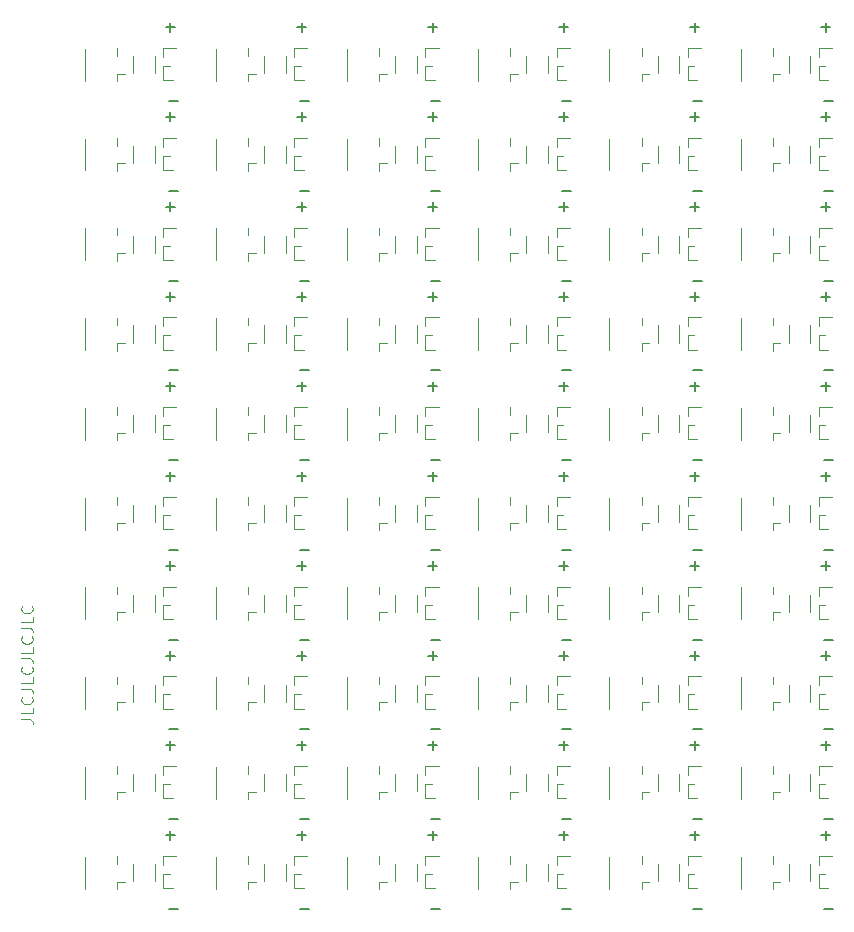
<source format=gbr>
%TF.GenerationSoftware,KiCad,Pcbnew,6.0.10-86aedd382b~118~ubuntu20.04.1*%
%TF.CreationDate,2023-01-07T17:55:22-08:00*%
%TF.ProjectId,coil_terminator_panelized,636f696c-5f74-4657-926d-696e61746f72,rev?*%
%TF.SameCoordinates,Original*%
%TF.FileFunction,Legend,Top*%
%TF.FilePolarity,Positive*%
%FSLAX46Y46*%
G04 Gerber Fmt 4.6, Leading zero omitted, Abs format (unit mm)*
G04 Created by KiCad (PCBNEW 6.0.10-86aedd382b~118~ubuntu20.04.1) date 2023-01-07 17:55:22*
%MOMM*%
%LPD*%
G01*
G04 APERTURE LIST*
%ADD10C,0.125000*%
%ADD11C,0.150000*%
%ADD12C,0.120000*%
G04 APERTURE END LIST*
D10*
X103352380Y-166394940D02*
X104066666Y-166394940D01*
X104209523Y-166442559D01*
X104304761Y-166537797D01*
X104352380Y-166680654D01*
X104352380Y-166775892D01*
X104352380Y-165442559D02*
X104352380Y-165918750D01*
X103352380Y-165918750D01*
X104257142Y-164537797D02*
X104304761Y-164585416D01*
X104352380Y-164728273D01*
X104352380Y-164823511D01*
X104304761Y-164966369D01*
X104209523Y-165061607D01*
X104114285Y-165109226D01*
X103923809Y-165156845D01*
X103780952Y-165156845D01*
X103590476Y-165109226D01*
X103495238Y-165061607D01*
X103400000Y-164966369D01*
X103352380Y-164823511D01*
X103352380Y-164728273D01*
X103400000Y-164585416D01*
X103447619Y-164537797D01*
X103352380Y-163823511D02*
X104066666Y-163823511D01*
X104209523Y-163871130D01*
X104304761Y-163966369D01*
X104352380Y-164109226D01*
X104352380Y-164204464D01*
X104352380Y-162871130D02*
X104352380Y-163347321D01*
X103352380Y-163347321D01*
X104257142Y-161966369D02*
X104304761Y-162013988D01*
X104352380Y-162156845D01*
X104352380Y-162252083D01*
X104304761Y-162394940D01*
X104209523Y-162490178D01*
X104114285Y-162537797D01*
X103923809Y-162585416D01*
X103780952Y-162585416D01*
X103590476Y-162537797D01*
X103495238Y-162490178D01*
X103400000Y-162394940D01*
X103352380Y-162252083D01*
X103352380Y-162156845D01*
X103400000Y-162013988D01*
X103447619Y-161966369D01*
X103352380Y-161252083D02*
X104066666Y-161252083D01*
X104209523Y-161299702D01*
X104304761Y-161394940D01*
X104352380Y-161537797D01*
X104352380Y-161633035D01*
X104352380Y-160299702D02*
X104352380Y-160775892D01*
X103352380Y-160775892D01*
X104257142Y-159394940D02*
X104304761Y-159442559D01*
X104352380Y-159585416D01*
X104352380Y-159680654D01*
X104304761Y-159823511D01*
X104209523Y-159918750D01*
X104114285Y-159966369D01*
X103923809Y-160013988D01*
X103780952Y-160013988D01*
X103590476Y-159966369D01*
X103495238Y-159918750D01*
X103400000Y-159823511D01*
X103352380Y-159680654D01*
X103352380Y-159585416D01*
X103400000Y-159442559D01*
X103447619Y-159394940D01*
X103352380Y-158680654D02*
X104066666Y-158680654D01*
X104209523Y-158728273D01*
X104304761Y-158823511D01*
X104352380Y-158966369D01*
X104352380Y-159061607D01*
X104352380Y-157728273D02*
X104352380Y-158204464D01*
X103352380Y-158204464D01*
X104257142Y-156823511D02*
X104304761Y-156871130D01*
X104352380Y-157013988D01*
X104352380Y-157109226D01*
X104304761Y-157252083D01*
X104209523Y-157347321D01*
X104114285Y-157394940D01*
X103923809Y-157442559D01*
X103780952Y-157442559D01*
X103590476Y-157394940D01*
X103495238Y-157347321D01*
X103400000Y-157252083D01*
X103352380Y-157109226D01*
X103352380Y-157013988D01*
X103400000Y-156871130D01*
X103447619Y-156823511D01*
D11*
X115869047Y-114071428D02*
X116630952Y-114071428D01*
X115869047Y-136871428D02*
X116630952Y-136871428D01*
X115869047Y-121671428D02*
X116630952Y-121671428D01*
X115869047Y-129271428D02*
X116630952Y-129271428D01*
X115869047Y-159671428D02*
X116630952Y-159671428D01*
X115869047Y-152071428D02*
X116630952Y-152071428D01*
X115869047Y-144471428D02*
X116630952Y-144471428D01*
X171369047Y-121671428D02*
X172130952Y-121671428D01*
X171369047Y-129271428D02*
X172130952Y-129271428D01*
X171369047Y-136871428D02*
X172130952Y-136871428D01*
X171369047Y-144471428D02*
X172130952Y-144471428D01*
X171369047Y-152071428D02*
X172130952Y-152071428D01*
X171369047Y-159671428D02*
X172130952Y-159671428D01*
X171369047Y-167271428D02*
X172130952Y-167271428D01*
X171369047Y-174871428D02*
X172130952Y-174871428D01*
X171369047Y-182471428D02*
X172130952Y-182471428D01*
X115869047Y-167271428D02*
X116630952Y-167271428D01*
X115869047Y-174871428D02*
X116630952Y-174871428D01*
X115869047Y-182471428D02*
X116630952Y-182471428D01*
X126969047Y-114071428D02*
X127730952Y-114071428D01*
X126969047Y-121671428D02*
X127730952Y-121671428D01*
X126969047Y-129271428D02*
X127730952Y-129271428D01*
X126969047Y-136871428D02*
X127730952Y-136871428D01*
X126969047Y-144471428D02*
X127730952Y-144471428D01*
X126969047Y-152071428D02*
X127730952Y-152071428D01*
X126969047Y-159671428D02*
X127730952Y-159671428D01*
X126969047Y-167271428D02*
X127730952Y-167271428D01*
X126969047Y-174871428D02*
X127730952Y-174871428D01*
X126969047Y-182471428D02*
X127730952Y-182471428D01*
X138069047Y-114071428D02*
X138830952Y-114071428D01*
X138069047Y-121671428D02*
X138830952Y-121671428D01*
X138069047Y-129271428D02*
X138830952Y-129271428D01*
X138069047Y-136871428D02*
X138830952Y-136871428D01*
X138069047Y-144471428D02*
X138830952Y-144471428D01*
X138069047Y-152071428D02*
X138830952Y-152071428D01*
X138069047Y-159671428D02*
X138830952Y-159671428D01*
X138069047Y-167271428D02*
X138830952Y-167271428D01*
X138069047Y-174871428D02*
X138830952Y-174871428D01*
X138069047Y-182471428D02*
X138830952Y-182471428D01*
X149169047Y-114071428D02*
X149930952Y-114071428D01*
X149169047Y-121671428D02*
X149930952Y-121671428D01*
X149169047Y-129271428D02*
X149930952Y-129271428D01*
X149169047Y-136871428D02*
X149930952Y-136871428D01*
X149169047Y-144471428D02*
X149930952Y-144471428D01*
X149169047Y-152071428D02*
X149930952Y-152071428D01*
X149169047Y-159671428D02*
X149930952Y-159671428D01*
X149169047Y-167271428D02*
X149930952Y-167271428D01*
X149169047Y-174871428D02*
X149930952Y-174871428D01*
X149169047Y-182471428D02*
X149930952Y-182471428D01*
X160269047Y-114071428D02*
X161030952Y-114071428D01*
X160269047Y-121671428D02*
X161030952Y-121671428D01*
X160269047Y-129271428D02*
X161030952Y-129271428D01*
X160269047Y-136871428D02*
X161030952Y-136871428D01*
X160269047Y-144471428D02*
X161030952Y-144471428D01*
X160269047Y-152071428D02*
X161030952Y-152071428D01*
X160269047Y-159671428D02*
X161030952Y-159671428D01*
X160269047Y-167271428D02*
X161030952Y-167271428D01*
X160269047Y-174871428D02*
X161030952Y-174871428D01*
X160269047Y-182471428D02*
X161030952Y-182471428D01*
X171369047Y-114071428D02*
X172130952Y-114071428D01*
X115619047Y-107821428D02*
X116380952Y-107821428D01*
X116000000Y-108202380D02*
X116000000Y-107440476D01*
X115619047Y-115421428D02*
X116380952Y-115421428D01*
X116000000Y-115802380D02*
X116000000Y-115040476D01*
X115619047Y-123021428D02*
X116380952Y-123021428D01*
X116000000Y-123402380D02*
X116000000Y-122640476D01*
X115619047Y-130621428D02*
X116380952Y-130621428D01*
X116000000Y-131002380D02*
X116000000Y-130240476D01*
X115619047Y-138221428D02*
X116380952Y-138221428D01*
X116000000Y-138602380D02*
X116000000Y-137840476D01*
X115619047Y-145821428D02*
X116380952Y-145821428D01*
X116000000Y-146202380D02*
X116000000Y-145440476D01*
X115619047Y-153421428D02*
X116380952Y-153421428D01*
X116000000Y-153802380D02*
X116000000Y-153040476D01*
X171119047Y-153421428D02*
X171880952Y-153421428D01*
X171500000Y-153802380D02*
X171500000Y-153040476D01*
X171119047Y-161021428D02*
X171880952Y-161021428D01*
X171500000Y-161402380D02*
X171500000Y-160640476D01*
X171119047Y-168621428D02*
X171880952Y-168621428D01*
X171500000Y-169002380D02*
X171500000Y-168240476D01*
X171119047Y-176221428D02*
X171880952Y-176221428D01*
X171500000Y-176602380D02*
X171500000Y-175840476D01*
X115619047Y-161021428D02*
X116380952Y-161021428D01*
X116000000Y-161402380D02*
X116000000Y-160640476D01*
X115619047Y-168621428D02*
X116380952Y-168621428D01*
X116000000Y-169002380D02*
X116000000Y-168240476D01*
X115619047Y-176221428D02*
X116380952Y-176221428D01*
X116000000Y-176602380D02*
X116000000Y-175840476D01*
X126719047Y-107821428D02*
X127480952Y-107821428D01*
X127100000Y-108202380D02*
X127100000Y-107440476D01*
X126719047Y-115421428D02*
X127480952Y-115421428D01*
X127100000Y-115802380D02*
X127100000Y-115040476D01*
X126719047Y-123021428D02*
X127480952Y-123021428D01*
X127100000Y-123402380D02*
X127100000Y-122640476D01*
X126719047Y-130621428D02*
X127480952Y-130621428D01*
X127100000Y-131002380D02*
X127100000Y-130240476D01*
X126719047Y-138221428D02*
X127480952Y-138221428D01*
X127100000Y-138602380D02*
X127100000Y-137840476D01*
X126719047Y-145821428D02*
X127480952Y-145821428D01*
X127100000Y-146202380D02*
X127100000Y-145440476D01*
X126719047Y-153421428D02*
X127480952Y-153421428D01*
X127100000Y-153802380D02*
X127100000Y-153040476D01*
X126719047Y-161021428D02*
X127480952Y-161021428D01*
X127100000Y-161402380D02*
X127100000Y-160640476D01*
X126719047Y-168621428D02*
X127480952Y-168621428D01*
X127100000Y-169002380D02*
X127100000Y-168240476D01*
X126719047Y-176221428D02*
X127480952Y-176221428D01*
X127100000Y-176602380D02*
X127100000Y-175840476D01*
X137819047Y-107821428D02*
X138580952Y-107821428D01*
X138200000Y-108202380D02*
X138200000Y-107440476D01*
X137819047Y-115421428D02*
X138580952Y-115421428D01*
X138200000Y-115802380D02*
X138200000Y-115040476D01*
X137819047Y-123021428D02*
X138580952Y-123021428D01*
X138200000Y-123402380D02*
X138200000Y-122640476D01*
X137819047Y-130621428D02*
X138580952Y-130621428D01*
X138200000Y-131002380D02*
X138200000Y-130240476D01*
X137819047Y-138221428D02*
X138580952Y-138221428D01*
X138200000Y-138602380D02*
X138200000Y-137840476D01*
X137819047Y-145821428D02*
X138580952Y-145821428D01*
X138200000Y-146202380D02*
X138200000Y-145440476D01*
X137819047Y-153421428D02*
X138580952Y-153421428D01*
X138200000Y-153802380D02*
X138200000Y-153040476D01*
X137819047Y-161021428D02*
X138580952Y-161021428D01*
X138200000Y-161402380D02*
X138200000Y-160640476D01*
X137819047Y-168621428D02*
X138580952Y-168621428D01*
X138200000Y-169002380D02*
X138200000Y-168240476D01*
X137819047Y-176221428D02*
X138580952Y-176221428D01*
X138200000Y-176602380D02*
X138200000Y-175840476D01*
X148919047Y-107821428D02*
X149680952Y-107821428D01*
X149300000Y-108202380D02*
X149300000Y-107440476D01*
X148919047Y-115421428D02*
X149680952Y-115421428D01*
X149300000Y-115802380D02*
X149300000Y-115040476D01*
X148919047Y-123021428D02*
X149680952Y-123021428D01*
X149300000Y-123402380D02*
X149300000Y-122640476D01*
X148919047Y-130621428D02*
X149680952Y-130621428D01*
X149300000Y-131002380D02*
X149300000Y-130240476D01*
X148919047Y-138221428D02*
X149680952Y-138221428D01*
X149300000Y-138602380D02*
X149300000Y-137840476D01*
X148919047Y-145821428D02*
X149680952Y-145821428D01*
X149300000Y-146202380D02*
X149300000Y-145440476D01*
X148919047Y-153421428D02*
X149680952Y-153421428D01*
X149300000Y-153802380D02*
X149300000Y-153040476D01*
X148919047Y-161021428D02*
X149680952Y-161021428D01*
X149300000Y-161402380D02*
X149300000Y-160640476D01*
X148919047Y-168621428D02*
X149680952Y-168621428D01*
X149300000Y-169002380D02*
X149300000Y-168240476D01*
X148919047Y-176221428D02*
X149680952Y-176221428D01*
X149300000Y-176602380D02*
X149300000Y-175840476D01*
X160019047Y-107821428D02*
X160780952Y-107821428D01*
X160400000Y-108202380D02*
X160400000Y-107440476D01*
X160019047Y-115421428D02*
X160780952Y-115421428D01*
X160400000Y-115802380D02*
X160400000Y-115040476D01*
X160019047Y-123021428D02*
X160780952Y-123021428D01*
X160400000Y-123402380D02*
X160400000Y-122640476D01*
X160019047Y-130621428D02*
X160780952Y-130621428D01*
X160400000Y-131002380D02*
X160400000Y-130240476D01*
X160019047Y-138221428D02*
X160780952Y-138221428D01*
X160400000Y-138602380D02*
X160400000Y-137840476D01*
X160019047Y-145821428D02*
X160780952Y-145821428D01*
X160400000Y-146202380D02*
X160400000Y-145440476D01*
X160019047Y-153421428D02*
X160780952Y-153421428D01*
X160400000Y-153802380D02*
X160400000Y-153040476D01*
X160019047Y-161021428D02*
X160780952Y-161021428D01*
X160400000Y-161402380D02*
X160400000Y-160640476D01*
X160019047Y-168621428D02*
X160780952Y-168621428D01*
X160400000Y-169002380D02*
X160400000Y-168240476D01*
X160019047Y-176221428D02*
X160780952Y-176221428D01*
X160400000Y-176602380D02*
X160400000Y-175840476D01*
X171119047Y-107821428D02*
X171880952Y-107821428D01*
X171500000Y-108202380D02*
X171500000Y-107440476D01*
X171119047Y-115421428D02*
X171880952Y-115421428D01*
X171500000Y-115802380D02*
X171500000Y-115040476D01*
X171119047Y-123021428D02*
X171880952Y-123021428D01*
X171500000Y-123402380D02*
X171500000Y-122640476D01*
X171119047Y-130621428D02*
X171880952Y-130621428D01*
X171500000Y-131002380D02*
X171500000Y-130240476D01*
X171119047Y-138221428D02*
X171880952Y-138221428D01*
X171500000Y-138602380D02*
X171500000Y-137840476D01*
X171119047Y-145821428D02*
X171880952Y-145821428D01*
X171500000Y-146202380D02*
X171500000Y-145440476D01*
D12*
%TO.C,R1*%
X112840000Y-110272936D02*
X112840000Y-111727064D01*
X114660000Y-110272936D02*
X114660000Y-111727064D01*
X112840000Y-117872936D02*
X112840000Y-119327064D01*
X114660000Y-117872936D02*
X114660000Y-119327064D01*
X112840000Y-125472936D02*
X112840000Y-126927064D01*
X114660000Y-125472936D02*
X114660000Y-126927064D01*
X112840000Y-133072936D02*
X112840000Y-134527064D01*
X114660000Y-133072936D02*
X114660000Y-134527064D01*
X112840000Y-140672936D02*
X112840000Y-142127064D01*
X114660000Y-140672936D02*
X114660000Y-142127064D01*
X112840000Y-148272936D02*
X112840000Y-149727064D01*
X114660000Y-148272936D02*
X114660000Y-149727064D01*
X112840000Y-155872936D02*
X112840000Y-157327064D01*
X114660000Y-155872936D02*
X114660000Y-157327064D01*
X112840000Y-163472936D02*
X112840000Y-164927064D01*
X114660000Y-163472936D02*
X114660000Y-164927064D01*
X112840000Y-171072936D02*
X112840000Y-172527064D01*
X114660000Y-171072936D02*
X114660000Y-172527064D01*
X112840000Y-178672936D02*
X112840000Y-180127064D01*
X114660000Y-178672936D02*
X114660000Y-180127064D01*
X123940000Y-110272936D02*
X123940000Y-111727064D01*
X125760000Y-110272936D02*
X125760000Y-111727064D01*
X123940000Y-117872936D02*
X123940000Y-119327064D01*
X125760000Y-117872936D02*
X125760000Y-119327064D01*
X123940000Y-125472936D02*
X123940000Y-126927064D01*
X125760000Y-125472936D02*
X125760000Y-126927064D01*
X123940000Y-133072936D02*
X123940000Y-134527064D01*
X125760000Y-133072936D02*
X125760000Y-134527064D01*
X123940000Y-140672936D02*
X123940000Y-142127064D01*
X125760000Y-140672936D02*
X125760000Y-142127064D01*
X123940000Y-148272936D02*
X123940000Y-149727064D01*
X125760000Y-148272936D02*
X125760000Y-149727064D01*
X123940000Y-155872936D02*
X123940000Y-157327064D01*
X125760000Y-155872936D02*
X125760000Y-157327064D01*
X123940000Y-163472936D02*
X123940000Y-164927064D01*
X125760000Y-163472936D02*
X125760000Y-164927064D01*
X123940000Y-171072936D02*
X123940000Y-172527064D01*
X125760000Y-171072936D02*
X125760000Y-172527064D01*
X123940000Y-178672936D02*
X123940000Y-180127064D01*
X125760000Y-178672936D02*
X125760000Y-180127064D01*
X135040000Y-110272936D02*
X135040000Y-111727064D01*
X136860000Y-110272936D02*
X136860000Y-111727064D01*
X135040000Y-117872936D02*
X135040000Y-119327064D01*
X136860000Y-117872936D02*
X136860000Y-119327064D01*
X135040000Y-125472936D02*
X135040000Y-126927064D01*
X136860000Y-125472936D02*
X136860000Y-126927064D01*
X135040000Y-133072936D02*
X135040000Y-134527064D01*
X136860000Y-133072936D02*
X136860000Y-134527064D01*
X135040000Y-140672936D02*
X135040000Y-142127064D01*
X136860000Y-140672936D02*
X136860000Y-142127064D01*
X135040000Y-148272936D02*
X135040000Y-149727064D01*
X136860000Y-148272936D02*
X136860000Y-149727064D01*
X135040000Y-155872936D02*
X135040000Y-157327064D01*
X136860000Y-155872936D02*
X136860000Y-157327064D01*
X135040000Y-163472936D02*
X135040000Y-164927064D01*
X136860000Y-163472936D02*
X136860000Y-164927064D01*
X135040000Y-171072936D02*
X135040000Y-172527064D01*
X136860000Y-171072936D02*
X136860000Y-172527064D01*
X135040000Y-178672936D02*
X135040000Y-180127064D01*
X136860000Y-178672936D02*
X136860000Y-180127064D01*
X146140000Y-110272936D02*
X146140000Y-111727064D01*
X147960000Y-110272936D02*
X147960000Y-111727064D01*
X146140000Y-117872936D02*
X146140000Y-119327064D01*
X147960000Y-117872936D02*
X147960000Y-119327064D01*
X146140000Y-125472936D02*
X146140000Y-126927064D01*
X147960000Y-125472936D02*
X147960000Y-126927064D01*
X146140000Y-133072936D02*
X146140000Y-134527064D01*
X147960000Y-133072936D02*
X147960000Y-134527064D01*
X146140000Y-140672936D02*
X146140000Y-142127064D01*
X147960000Y-140672936D02*
X147960000Y-142127064D01*
X146140000Y-148272936D02*
X146140000Y-149727064D01*
X147960000Y-148272936D02*
X147960000Y-149727064D01*
X146140000Y-155872936D02*
X146140000Y-157327064D01*
X147960000Y-155872936D02*
X147960000Y-157327064D01*
X146140000Y-163472936D02*
X146140000Y-164927064D01*
X147960000Y-163472936D02*
X147960000Y-164927064D01*
X146140000Y-171072936D02*
X146140000Y-172527064D01*
X147960000Y-171072936D02*
X147960000Y-172527064D01*
X146140000Y-178672936D02*
X146140000Y-180127064D01*
X147960000Y-178672936D02*
X147960000Y-180127064D01*
X157240000Y-110272936D02*
X157240000Y-111727064D01*
X159060000Y-110272936D02*
X159060000Y-111727064D01*
X157240000Y-117872936D02*
X157240000Y-119327064D01*
X159060000Y-117872936D02*
X159060000Y-119327064D01*
X157240000Y-125472936D02*
X157240000Y-126927064D01*
X159060000Y-125472936D02*
X159060000Y-126927064D01*
X157240000Y-133072936D02*
X157240000Y-134527064D01*
X159060000Y-133072936D02*
X159060000Y-134527064D01*
X157240000Y-140672936D02*
X157240000Y-142127064D01*
X159060000Y-140672936D02*
X159060000Y-142127064D01*
X157240000Y-148272936D02*
X157240000Y-149727064D01*
X159060000Y-148272936D02*
X159060000Y-149727064D01*
X157240000Y-155872936D02*
X157240000Y-157327064D01*
X159060000Y-155872936D02*
X159060000Y-157327064D01*
X157240000Y-163472936D02*
X157240000Y-164927064D01*
X159060000Y-163472936D02*
X159060000Y-164927064D01*
X157240000Y-171072936D02*
X157240000Y-172527064D01*
X159060000Y-171072936D02*
X159060000Y-172527064D01*
X157240000Y-178672936D02*
X157240000Y-180127064D01*
X159060000Y-178672936D02*
X159060000Y-180127064D01*
X168340000Y-110272936D02*
X168340000Y-111727064D01*
X170160000Y-110272936D02*
X170160000Y-111727064D01*
X168340000Y-117872936D02*
X168340000Y-119327064D01*
X170160000Y-117872936D02*
X170160000Y-119327064D01*
X168340000Y-125472936D02*
X168340000Y-126927064D01*
X170160000Y-125472936D02*
X170160000Y-126927064D01*
X168340000Y-133072936D02*
X168340000Y-134527064D01*
X170160000Y-133072936D02*
X170160000Y-134527064D01*
X168340000Y-140672936D02*
X168340000Y-142127064D01*
X170160000Y-140672936D02*
X170160000Y-142127064D01*
X168340000Y-148272936D02*
X168340000Y-149727064D01*
X170160000Y-148272936D02*
X170160000Y-149727064D01*
X168340000Y-155872936D02*
X168340000Y-157327064D01*
X170160000Y-155872936D02*
X170160000Y-157327064D01*
X168340000Y-163472936D02*
X168340000Y-164927064D01*
X170160000Y-163472936D02*
X170160000Y-164927064D01*
X168340000Y-171072936D02*
X168340000Y-172527064D01*
X170160000Y-171072936D02*
X170160000Y-172527064D01*
X168340000Y-178672936D02*
X168340000Y-180127064D01*
X170160000Y-178672936D02*
X170160000Y-180127064D01*
%TO.C,J1*%
X111485000Y-112400000D02*
X111485000Y-111760000D01*
X111485000Y-111760000D02*
X112115000Y-111760000D01*
X108765000Y-112350000D02*
X108765000Y-109650000D01*
X111485000Y-109600000D02*
X111485000Y-110240000D01*
X111485000Y-120000000D02*
X111485000Y-119360000D01*
X111485000Y-119360000D02*
X112115000Y-119360000D01*
X108765000Y-119950000D02*
X108765000Y-117250000D01*
X111485000Y-117200000D02*
X111485000Y-117840000D01*
X111485000Y-127600000D02*
X111485000Y-126960000D01*
X111485000Y-126960000D02*
X112115000Y-126960000D01*
X108765000Y-127550000D02*
X108765000Y-124850000D01*
X111485000Y-124800000D02*
X111485000Y-125440000D01*
X111485000Y-135200000D02*
X111485000Y-134560000D01*
X111485000Y-134560000D02*
X112115000Y-134560000D01*
X108765000Y-135150000D02*
X108765000Y-132450000D01*
X111485000Y-132400000D02*
X111485000Y-133040000D01*
X111485000Y-142800000D02*
X111485000Y-142160000D01*
X111485000Y-142160000D02*
X112115000Y-142160000D01*
X108765000Y-142750000D02*
X108765000Y-140050000D01*
X111485000Y-140000000D02*
X111485000Y-140640000D01*
X111485000Y-150400000D02*
X111485000Y-149760000D01*
X111485000Y-149760000D02*
X112115000Y-149760000D01*
X108765000Y-150350000D02*
X108765000Y-147650000D01*
X111485000Y-147600000D02*
X111485000Y-148240000D01*
X111485000Y-158000000D02*
X111485000Y-157360000D01*
X111485000Y-157360000D02*
X112115000Y-157360000D01*
X108765000Y-157950000D02*
X108765000Y-155250000D01*
X111485000Y-155200000D02*
X111485000Y-155840000D01*
X111485000Y-165600000D02*
X111485000Y-164960000D01*
X111485000Y-164960000D02*
X112115000Y-164960000D01*
X108765000Y-165550000D02*
X108765000Y-162850000D01*
X111485000Y-162800000D02*
X111485000Y-163440000D01*
X111485000Y-173200000D02*
X111485000Y-172560000D01*
X111485000Y-172560000D02*
X112115000Y-172560000D01*
X108765000Y-173150000D02*
X108765000Y-170450000D01*
X111485000Y-170400000D02*
X111485000Y-171040000D01*
X111485000Y-180800000D02*
X111485000Y-180160000D01*
X111485000Y-180160000D02*
X112115000Y-180160000D01*
X108765000Y-180750000D02*
X108765000Y-178050000D01*
X111485000Y-178000000D02*
X111485000Y-178640000D01*
X122585000Y-112400000D02*
X122585000Y-111760000D01*
X122585000Y-111760000D02*
X123215000Y-111760000D01*
X119865000Y-112350000D02*
X119865000Y-109650000D01*
X122585000Y-109600000D02*
X122585000Y-110240000D01*
X122585000Y-120000000D02*
X122585000Y-119360000D01*
X122585000Y-119360000D02*
X123215000Y-119360000D01*
X119865000Y-119950000D02*
X119865000Y-117250000D01*
X122585000Y-117200000D02*
X122585000Y-117840000D01*
X122585000Y-127600000D02*
X122585000Y-126960000D01*
X122585000Y-126960000D02*
X123215000Y-126960000D01*
X119865000Y-127550000D02*
X119865000Y-124850000D01*
X122585000Y-124800000D02*
X122585000Y-125440000D01*
X122585000Y-135200000D02*
X122585000Y-134560000D01*
X122585000Y-134560000D02*
X123215000Y-134560000D01*
X119865000Y-135150000D02*
X119865000Y-132450000D01*
X122585000Y-132400000D02*
X122585000Y-133040000D01*
X122585000Y-142800000D02*
X122585000Y-142160000D01*
X122585000Y-142160000D02*
X123215000Y-142160000D01*
X119865000Y-142750000D02*
X119865000Y-140050000D01*
X122585000Y-140000000D02*
X122585000Y-140640000D01*
X122585000Y-150400000D02*
X122585000Y-149760000D01*
X122585000Y-149760000D02*
X123215000Y-149760000D01*
X119865000Y-150350000D02*
X119865000Y-147650000D01*
X122585000Y-147600000D02*
X122585000Y-148240000D01*
X122585000Y-158000000D02*
X122585000Y-157360000D01*
X122585000Y-157360000D02*
X123215000Y-157360000D01*
X119865000Y-157950000D02*
X119865000Y-155250000D01*
X122585000Y-155200000D02*
X122585000Y-155840000D01*
X122585000Y-165600000D02*
X122585000Y-164960000D01*
X122585000Y-164960000D02*
X123215000Y-164960000D01*
X119865000Y-165550000D02*
X119865000Y-162850000D01*
X122585000Y-162800000D02*
X122585000Y-163440000D01*
X122585000Y-173200000D02*
X122585000Y-172560000D01*
X122585000Y-172560000D02*
X123215000Y-172560000D01*
X119865000Y-173150000D02*
X119865000Y-170450000D01*
X122585000Y-170400000D02*
X122585000Y-171040000D01*
X122585000Y-180800000D02*
X122585000Y-180160000D01*
X122585000Y-180160000D02*
X123215000Y-180160000D01*
X119865000Y-180750000D02*
X119865000Y-178050000D01*
X122585000Y-178000000D02*
X122585000Y-178640000D01*
X133685000Y-112400000D02*
X133685000Y-111760000D01*
X133685000Y-111760000D02*
X134315000Y-111760000D01*
X130965000Y-112350000D02*
X130965000Y-109650000D01*
X133685000Y-109600000D02*
X133685000Y-110240000D01*
X133685000Y-120000000D02*
X133685000Y-119360000D01*
X133685000Y-119360000D02*
X134315000Y-119360000D01*
X130965000Y-119950000D02*
X130965000Y-117250000D01*
X133685000Y-117200000D02*
X133685000Y-117840000D01*
X133685000Y-127600000D02*
X133685000Y-126960000D01*
X133685000Y-126960000D02*
X134315000Y-126960000D01*
X130965000Y-127550000D02*
X130965000Y-124850000D01*
X133685000Y-124800000D02*
X133685000Y-125440000D01*
X133685000Y-135200000D02*
X133685000Y-134560000D01*
X133685000Y-134560000D02*
X134315000Y-134560000D01*
X130965000Y-135150000D02*
X130965000Y-132450000D01*
X133685000Y-132400000D02*
X133685000Y-133040000D01*
X133685000Y-142800000D02*
X133685000Y-142160000D01*
X133685000Y-142160000D02*
X134315000Y-142160000D01*
X130965000Y-142750000D02*
X130965000Y-140050000D01*
X133685000Y-140000000D02*
X133685000Y-140640000D01*
X133685000Y-150400000D02*
X133685000Y-149760000D01*
X133685000Y-149760000D02*
X134315000Y-149760000D01*
X130965000Y-150350000D02*
X130965000Y-147650000D01*
X133685000Y-147600000D02*
X133685000Y-148240000D01*
X133685000Y-158000000D02*
X133685000Y-157360000D01*
X133685000Y-157360000D02*
X134315000Y-157360000D01*
X130965000Y-157950000D02*
X130965000Y-155250000D01*
X133685000Y-155200000D02*
X133685000Y-155840000D01*
X133685000Y-165600000D02*
X133685000Y-164960000D01*
X133685000Y-164960000D02*
X134315000Y-164960000D01*
X130965000Y-165550000D02*
X130965000Y-162850000D01*
X133685000Y-162800000D02*
X133685000Y-163440000D01*
X133685000Y-173200000D02*
X133685000Y-172560000D01*
X133685000Y-172560000D02*
X134315000Y-172560000D01*
X130965000Y-173150000D02*
X130965000Y-170450000D01*
X133685000Y-170400000D02*
X133685000Y-171040000D01*
X133685000Y-180800000D02*
X133685000Y-180160000D01*
X133685000Y-180160000D02*
X134315000Y-180160000D01*
X130965000Y-180750000D02*
X130965000Y-178050000D01*
X133685000Y-178000000D02*
X133685000Y-178640000D01*
X144785000Y-112400000D02*
X144785000Y-111760000D01*
X144785000Y-111760000D02*
X145415000Y-111760000D01*
X142065000Y-112350000D02*
X142065000Y-109650000D01*
X144785000Y-109600000D02*
X144785000Y-110240000D01*
X144785000Y-120000000D02*
X144785000Y-119360000D01*
X144785000Y-119360000D02*
X145415000Y-119360000D01*
X142065000Y-119950000D02*
X142065000Y-117250000D01*
X144785000Y-117200000D02*
X144785000Y-117840000D01*
X144785000Y-127600000D02*
X144785000Y-126960000D01*
X144785000Y-126960000D02*
X145415000Y-126960000D01*
X142065000Y-127550000D02*
X142065000Y-124850000D01*
X144785000Y-124800000D02*
X144785000Y-125440000D01*
X144785000Y-135200000D02*
X144785000Y-134560000D01*
X144785000Y-134560000D02*
X145415000Y-134560000D01*
X142065000Y-135150000D02*
X142065000Y-132450000D01*
X144785000Y-132400000D02*
X144785000Y-133040000D01*
X144785000Y-142800000D02*
X144785000Y-142160000D01*
X144785000Y-142160000D02*
X145415000Y-142160000D01*
X142065000Y-142750000D02*
X142065000Y-140050000D01*
X144785000Y-140000000D02*
X144785000Y-140640000D01*
X144785000Y-150400000D02*
X144785000Y-149760000D01*
X144785000Y-149760000D02*
X145415000Y-149760000D01*
X142065000Y-150350000D02*
X142065000Y-147650000D01*
X144785000Y-147600000D02*
X144785000Y-148240000D01*
X144785000Y-158000000D02*
X144785000Y-157360000D01*
X144785000Y-157360000D02*
X145415000Y-157360000D01*
X142065000Y-157950000D02*
X142065000Y-155250000D01*
X144785000Y-155200000D02*
X144785000Y-155840000D01*
X144785000Y-165600000D02*
X144785000Y-164960000D01*
X144785000Y-164960000D02*
X145415000Y-164960000D01*
X142065000Y-165550000D02*
X142065000Y-162850000D01*
X144785000Y-162800000D02*
X144785000Y-163440000D01*
X144785000Y-173200000D02*
X144785000Y-172560000D01*
X144785000Y-172560000D02*
X145415000Y-172560000D01*
X142065000Y-173150000D02*
X142065000Y-170450000D01*
X144785000Y-170400000D02*
X144785000Y-171040000D01*
X144785000Y-180800000D02*
X144785000Y-180160000D01*
X144785000Y-180160000D02*
X145415000Y-180160000D01*
X142065000Y-180750000D02*
X142065000Y-178050000D01*
X144785000Y-178000000D02*
X144785000Y-178640000D01*
X155885000Y-112400000D02*
X155885000Y-111760000D01*
X155885000Y-111760000D02*
X156515000Y-111760000D01*
X153165000Y-112350000D02*
X153165000Y-109650000D01*
X155885000Y-109600000D02*
X155885000Y-110240000D01*
X155885000Y-120000000D02*
X155885000Y-119360000D01*
X155885000Y-119360000D02*
X156515000Y-119360000D01*
X153165000Y-119950000D02*
X153165000Y-117250000D01*
X155885000Y-117200000D02*
X155885000Y-117840000D01*
X155885000Y-127600000D02*
X155885000Y-126960000D01*
X155885000Y-126960000D02*
X156515000Y-126960000D01*
X153165000Y-127550000D02*
X153165000Y-124850000D01*
X155885000Y-124800000D02*
X155885000Y-125440000D01*
X155885000Y-135200000D02*
X155885000Y-134560000D01*
X155885000Y-134560000D02*
X156515000Y-134560000D01*
X153165000Y-135150000D02*
X153165000Y-132450000D01*
X155885000Y-132400000D02*
X155885000Y-133040000D01*
X155885000Y-142800000D02*
X155885000Y-142160000D01*
X155885000Y-142160000D02*
X156515000Y-142160000D01*
X153165000Y-142750000D02*
X153165000Y-140050000D01*
X155885000Y-140000000D02*
X155885000Y-140640000D01*
X155885000Y-150400000D02*
X155885000Y-149760000D01*
X155885000Y-149760000D02*
X156515000Y-149760000D01*
X153165000Y-150350000D02*
X153165000Y-147650000D01*
X155885000Y-147600000D02*
X155885000Y-148240000D01*
X155885000Y-158000000D02*
X155885000Y-157360000D01*
X155885000Y-157360000D02*
X156515000Y-157360000D01*
X153165000Y-157950000D02*
X153165000Y-155250000D01*
X155885000Y-155200000D02*
X155885000Y-155840000D01*
X155885000Y-165600000D02*
X155885000Y-164960000D01*
X155885000Y-164960000D02*
X156515000Y-164960000D01*
X153165000Y-165550000D02*
X153165000Y-162850000D01*
X155885000Y-162800000D02*
X155885000Y-163440000D01*
X155885000Y-173200000D02*
X155885000Y-172560000D01*
X155885000Y-172560000D02*
X156515000Y-172560000D01*
X153165000Y-173150000D02*
X153165000Y-170450000D01*
X155885000Y-170400000D02*
X155885000Y-171040000D01*
X155885000Y-180800000D02*
X155885000Y-180160000D01*
X155885000Y-180160000D02*
X156515000Y-180160000D01*
X153165000Y-180750000D02*
X153165000Y-178050000D01*
X155885000Y-178000000D02*
X155885000Y-178640000D01*
X166985000Y-112400000D02*
X166985000Y-111760000D01*
X166985000Y-111760000D02*
X167615000Y-111760000D01*
X164265000Y-112350000D02*
X164265000Y-109650000D01*
X166985000Y-109600000D02*
X166985000Y-110240000D01*
X166985000Y-120000000D02*
X166985000Y-119360000D01*
X166985000Y-119360000D02*
X167615000Y-119360000D01*
X164265000Y-119950000D02*
X164265000Y-117250000D01*
X166985000Y-117200000D02*
X166985000Y-117840000D01*
X166985000Y-127600000D02*
X166985000Y-126960000D01*
X166985000Y-126960000D02*
X167615000Y-126960000D01*
X164265000Y-127550000D02*
X164265000Y-124850000D01*
X166985000Y-124800000D02*
X166985000Y-125440000D01*
X166985000Y-135200000D02*
X166985000Y-134560000D01*
X166985000Y-134560000D02*
X167615000Y-134560000D01*
X164265000Y-135150000D02*
X164265000Y-132450000D01*
X166985000Y-132400000D02*
X166985000Y-133040000D01*
X166985000Y-142800000D02*
X166985000Y-142160000D01*
X166985000Y-142160000D02*
X167615000Y-142160000D01*
X164265000Y-142750000D02*
X164265000Y-140050000D01*
X166985000Y-140000000D02*
X166985000Y-140640000D01*
X166985000Y-150400000D02*
X166985000Y-149760000D01*
X166985000Y-149760000D02*
X167615000Y-149760000D01*
X164265000Y-150350000D02*
X164265000Y-147650000D01*
X166985000Y-147600000D02*
X166985000Y-148240000D01*
X166985000Y-158000000D02*
X166985000Y-157360000D01*
X166985000Y-157360000D02*
X167615000Y-157360000D01*
X164265000Y-157950000D02*
X164265000Y-155250000D01*
X166985000Y-155200000D02*
X166985000Y-155840000D01*
X166985000Y-165600000D02*
X166985000Y-164960000D01*
X166985000Y-164960000D02*
X167615000Y-164960000D01*
X164265000Y-165550000D02*
X164265000Y-162850000D01*
X166985000Y-162800000D02*
X166985000Y-163440000D01*
X166985000Y-173200000D02*
X166985000Y-172560000D01*
X166985000Y-172560000D02*
X167615000Y-172560000D01*
X164265000Y-173150000D02*
X164265000Y-170450000D01*
X166985000Y-170400000D02*
X166985000Y-171040000D01*
X166985000Y-180800000D02*
X166985000Y-180160000D01*
X166985000Y-180160000D02*
X167615000Y-180160000D01*
X164265000Y-180750000D02*
X164265000Y-178050000D01*
X166985000Y-178000000D02*
X166985000Y-178640000D01*
%TO.C,J2*%
X115390000Y-110350000D02*
X115390000Y-109590000D01*
X115390000Y-112315000D02*
X116192470Y-112315000D01*
X115390000Y-111110000D02*
X115936529Y-111110000D01*
X115390000Y-111110000D02*
X115390000Y-112315000D01*
X115390000Y-109590000D02*
X116500000Y-109590000D01*
X115390000Y-117950000D02*
X115390000Y-117190000D01*
X115390000Y-119915000D02*
X116192470Y-119915000D01*
X115390000Y-118710000D02*
X115936529Y-118710000D01*
X115390000Y-118710000D02*
X115390000Y-119915000D01*
X115390000Y-117190000D02*
X116500000Y-117190000D01*
X115390000Y-125550000D02*
X115390000Y-124790000D01*
X115390000Y-127515000D02*
X116192470Y-127515000D01*
X115390000Y-126310000D02*
X115936529Y-126310000D01*
X115390000Y-126310000D02*
X115390000Y-127515000D01*
X115390000Y-124790000D02*
X116500000Y-124790000D01*
X115390000Y-133150000D02*
X115390000Y-132390000D01*
X115390000Y-135115000D02*
X116192470Y-135115000D01*
X115390000Y-133910000D02*
X115936529Y-133910000D01*
X115390000Y-133910000D02*
X115390000Y-135115000D01*
X115390000Y-132390000D02*
X116500000Y-132390000D01*
X115390000Y-140750000D02*
X115390000Y-139990000D01*
X115390000Y-142715000D02*
X116192470Y-142715000D01*
X115390000Y-141510000D02*
X115936529Y-141510000D01*
X115390000Y-141510000D02*
X115390000Y-142715000D01*
X115390000Y-139990000D02*
X116500000Y-139990000D01*
X115390000Y-148350000D02*
X115390000Y-147590000D01*
X115390000Y-150315000D02*
X116192470Y-150315000D01*
X115390000Y-149110000D02*
X115936529Y-149110000D01*
X115390000Y-149110000D02*
X115390000Y-150315000D01*
X115390000Y-147590000D02*
X116500000Y-147590000D01*
X115390000Y-155950000D02*
X115390000Y-155190000D01*
X115390000Y-157915000D02*
X116192470Y-157915000D01*
X115390000Y-156710000D02*
X115936529Y-156710000D01*
X115390000Y-156710000D02*
X115390000Y-157915000D01*
X115390000Y-155190000D02*
X116500000Y-155190000D01*
X115390000Y-163550000D02*
X115390000Y-162790000D01*
X115390000Y-165515000D02*
X116192470Y-165515000D01*
X115390000Y-164310000D02*
X115936529Y-164310000D01*
X115390000Y-164310000D02*
X115390000Y-165515000D01*
X115390000Y-162790000D02*
X116500000Y-162790000D01*
X115390000Y-171150000D02*
X115390000Y-170390000D01*
X115390000Y-173115000D02*
X116192470Y-173115000D01*
X115390000Y-171910000D02*
X115936529Y-171910000D01*
X115390000Y-171910000D02*
X115390000Y-173115000D01*
X115390000Y-170390000D02*
X116500000Y-170390000D01*
X115390000Y-178750000D02*
X115390000Y-177990000D01*
X115390000Y-180715000D02*
X116192470Y-180715000D01*
X115390000Y-179510000D02*
X115936529Y-179510000D01*
X115390000Y-179510000D02*
X115390000Y-180715000D01*
X115390000Y-177990000D02*
X116500000Y-177990000D01*
X126490000Y-110350000D02*
X126490000Y-109590000D01*
X126490000Y-112315000D02*
X127292470Y-112315000D01*
X126490000Y-111110000D02*
X127036529Y-111110000D01*
X126490000Y-111110000D02*
X126490000Y-112315000D01*
X126490000Y-109590000D02*
X127600000Y-109590000D01*
X126490000Y-117950000D02*
X126490000Y-117190000D01*
X126490000Y-119915000D02*
X127292470Y-119915000D01*
X126490000Y-118710000D02*
X127036529Y-118710000D01*
X126490000Y-118710000D02*
X126490000Y-119915000D01*
X126490000Y-117190000D02*
X127600000Y-117190000D01*
X126490000Y-125550000D02*
X126490000Y-124790000D01*
X126490000Y-127515000D02*
X127292470Y-127515000D01*
X126490000Y-126310000D02*
X127036529Y-126310000D01*
X126490000Y-126310000D02*
X126490000Y-127515000D01*
X126490000Y-124790000D02*
X127600000Y-124790000D01*
X126490000Y-133150000D02*
X126490000Y-132390000D01*
X126490000Y-135115000D02*
X127292470Y-135115000D01*
X126490000Y-133910000D02*
X127036529Y-133910000D01*
X126490000Y-133910000D02*
X126490000Y-135115000D01*
X126490000Y-132390000D02*
X127600000Y-132390000D01*
X126490000Y-140750000D02*
X126490000Y-139990000D01*
X126490000Y-142715000D02*
X127292470Y-142715000D01*
X126490000Y-141510000D02*
X127036529Y-141510000D01*
X126490000Y-141510000D02*
X126490000Y-142715000D01*
X126490000Y-139990000D02*
X127600000Y-139990000D01*
X126490000Y-148350000D02*
X126490000Y-147590000D01*
X126490000Y-150315000D02*
X127292470Y-150315000D01*
X126490000Y-149110000D02*
X127036529Y-149110000D01*
X126490000Y-149110000D02*
X126490000Y-150315000D01*
X126490000Y-147590000D02*
X127600000Y-147590000D01*
X126490000Y-155950000D02*
X126490000Y-155190000D01*
X126490000Y-157915000D02*
X127292470Y-157915000D01*
X126490000Y-156710000D02*
X127036529Y-156710000D01*
X126490000Y-156710000D02*
X126490000Y-157915000D01*
X126490000Y-155190000D02*
X127600000Y-155190000D01*
X126490000Y-163550000D02*
X126490000Y-162790000D01*
X126490000Y-165515000D02*
X127292470Y-165515000D01*
X126490000Y-164310000D02*
X127036529Y-164310000D01*
X126490000Y-164310000D02*
X126490000Y-165515000D01*
X126490000Y-162790000D02*
X127600000Y-162790000D01*
X126490000Y-171150000D02*
X126490000Y-170390000D01*
X126490000Y-173115000D02*
X127292470Y-173115000D01*
X126490000Y-171910000D02*
X127036529Y-171910000D01*
X126490000Y-171910000D02*
X126490000Y-173115000D01*
X126490000Y-170390000D02*
X127600000Y-170390000D01*
X126490000Y-178750000D02*
X126490000Y-177990000D01*
X126490000Y-180715000D02*
X127292470Y-180715000D01*
X126490000Y-179510000D02*
X127036529Y-179510000D01*
X126490000Y-179510000D02*
X126490000Y-180715000D01*
X126490000Y-177990000D02*
X127600000Y-177990000D01*
X137590000Y-110350000D02*
X137590000Y-109590000D01*
X137590000Y-112315000D02*
X138392470Y-112315000D01*
X137590000Y-111110000D02*
X138136529Y-111110000D01*
X137590000Y-111110000D02*
X137590000Y-112315000D01*
X137590000Y-109590000D02*
X138700000Y-109590000D01*
X137590000Y-117950000D02*
X137590000Y-117190000D01*
X137590000Y-119915000D02*
X138392470Y-119915000D01*
X137590000Y-118710000D02*
X138136529Y-118710000D01*
X137590000Y-118710000D02*
X137590000Y-119915000D01*
X137590000Y-117190000D02*
X138700000Y-117190000D01*
X137590000Y-125550000D02*
X137590000Y-124790000D01*
X137590000Y-127515000D02*
X138392470Y-127515000D01*
X137590000Y-126310000D02*
X138136529Y-126310000D01*
X137590000Y-126310000D02*
X137590000Y-127515000D01*
X137590000Y-124790000D02*
X138700000Y-124790000D01*
X137590000Y-133150000D02*
X137590000Y-132390000D01*
X137590000Y-135115000D02*
X138392470Y-135115000D01*
X137590000Y-133910000D02*
X138136529Y-133910000D01*
X137590000Y-133910000D02*
X137590000Y-135115000D01*
X137590000Y-132390000D02*
X138700000Y-132390000D01*
X137590000Y-140750000D02*
X137590000Y-139990000D01*
X137590000Y-142715000D02*
X138392470Y-142715000D01*
X137590000Y-141510000D02*
X138136529Y-141510000D01*
X137590000Y-141510000D02*
X137590000Y-142715000D01*
X137590000Y-139990000D02*
X138700000Y-139990000D01*
X137590000Y-148350000D02*
X137590000Y-147590000D01*
X137590000Y-150315000D02*
X138392470Y-150315000D01*
X137590000Y-149110000D02*
X138136529Y-149110000D01*
X137590000Y-149110000D02*
X137590000Y-150315000D01*
X137590000Y-147590000D02*
X138700000Y-147590000D01*
X137590000Y-155950000D02*
X137590000Y-155190000D01*
X137590000Y-157915000D02*
X138392470Y-157915000D01*
X137590000Y-156710000D02*
X138136529Y-156710000D01*
X137590000Y-156710000D02*
X137590000Y-157915000D01*
X137590000Y-155190000D02*
X138700000Y-155190000D01*
X137590000Y-163550000D02*
X137590000Y-162790000D01*
X137590000Y-165515000D02*
X138392470Y-165515000D01*
X137590000Y-164310000D02*
X138136529Y-164310000D01*
X137590000Y-164310000D02*
X137590000Y-165515000D01*
X137590000Y-162790000D02*
X138700000Y-162790000D01*
X137590000Y-171150000D02*
X137590000Y-170390000D01*
X137590000Y-173115000D02*
X138392470Y-173115000D01*
X137590000Y-171910000D02*
X138136529Y-171910000D01*
X137590000Y-171910000D02*
X137590000Y-173115000D01*
X137590000Y-170390000D02*
X138700000Y-170390000D01*
X137590000Y-178750000D02*
X137590000Y-177990000D01*
X137590000Y-180715000D02*
X138392470Y-180715000D01*
X137590000Y-179510000D02*
X138136529Y-179510000D01*
X137590000Y-179510000D02*
X137590000Y-180715000D01*
X137590000Y-177990000D02*
X138700000Y-177990000D01*
X148690000Y-110350000D02*
X148690000Y-109590000D01*
X148690000Y-112315000D02*
X149492470Y-112315000D01*
X148690000Y-111110000D02*
X149236529Y-111110000D01*
X148690000Y-111110000D02*
X148690000Y-112315000D01*
X148690000Y-109590000D02*
X149800000Y-109590000D01*
X148690000Y-117950000D02*
X148690000Y-117190000D01*
X148690000Y-119915000D02*
X149492470Y-119915000D01*
X148690000Y-118710000D02*
X149236529Y-118710000D01*
X148690000Y-118710000D02*
X148690000Y-119915000D01*
X148690000Y-117190000D02*
X149800000Y-117190000D01*
X148690000Y-125550000D02*
X148690000Y-124790000D01*
X148690000Y-127515000D02*
X149492470Y-127515000D01*
X148690000Y-126310000D02*
X149236529Y-126310000D01*
X148690000Y-126310000D02*
X148690000Y-127515000D01*
X148690000Y-124790000D02*
X149800000Y-124790000D01*
X148690000Y-133150000D02*
X148690000Y-132390000D01*
X148690000Y-135115000D02*
X149492470Y-135115000D01*
X148690000Y-133910000D02*
X149236529Y-133910000D01*
X148690000Y-133910000D02*
X148690000Y-135115000D01*
X148690000Y-132390000D02*
X149800000Y-132390000D01*
X148690000Y-140750000D02*
X148690000Y-139990000D01*
X148690000Y-142715000D02*
X149492470Y-142715000D01*
X148690000Y-141510000D02*
X149236529Y-141510000D01*
X148690000Y-141510000D02*
X148690000Y-142715000D01*
X148690000Y-139990000D02*
X149800000Y-139990000D01*
X148690000Y-148350000D02*
X148690000Y-147590000D01*
X148690000Y-150315000D02*
X149492470Y-150315000D01*
X148690000Y-149110000D02*
X149236529Y-149110000D01*
X148690000Y-149110000D02*
X148690000Y-150315000D01*
X148690000Y-147590000D02*
X149800000Y-147590000D01*
X148690000Y-155950000D02*
X148690000Y-155190000D01*
X148690000Y-157915000D02*
X149492470Y-157915000D01*
X148690000Y-156710000D02*
X149236529Y-156710000D01*
X148690000Y-156710000D02*
X148690000Y-157915000D01*
X148690000Y-155190000D02*
X149800000Y-155190000D01*
X148690000Y-163550000D02*
X148690000Y-162790000D01*
X148690000Y-165515000D02*
X149492470Y-165515000D01*
X148690000Y-164310000D02*
X149236529Y-164310000D01*
X148690000Y-164310000D02*
X148690000Y-165515000D01*
X148690000Y-162790000D02*
X149800000Y-162790000D01*
X148690000Y-171150000D02*
X148690000Y-170390000D01*
X148690000Y-173115000D02*
X149492470Y-173115000D01*
X148690000Y-171910000D02*
X149236529Y-171910000D01*
X148690000Y-171910000D02*
X148690000Y-173115000D01*
X148690000Y-170390000D02*
X149800000Y-170390000D01*
X148690000Y-178750000D02*
X148690000Y-177990000D01*
X148690000Y-180715000D02*
X149492470Y-180715000D01*
X148690000Y-179510000D02*
X149236529Y-179510000D01*
X148690000Y-179510000D02*
X148690000Y-180715000D01*
X148690000Y-177990000D02*
X149800000Y-177990000D01*
X159790000Y-110350000D02*
X159790000Y-109590000D01*
X159790000Y-112315000D02*
X160592470Y-112315000D01*
X159790000Y-111110000D02*
X160336529Y-111110000D01*
X159790000Y-111110000D02*
X159790000Y-112315000D01*
X159790000Y-109590000D02*
X160900000Y-109590000D01*
X159790000Y-117950000D02*
X159790000Y-117190000D01*
X159790000Y-119915000D02*
X160592470Y-119915000D01*
X159790000Y-118710000D02*
X160336529Y-118710000D01*
X159790000Y-118710000D02*
X159790000Y-119915000D01*
X159790000Y-117190000D02*
X160900000Y-117190000D01*
X159790000Y-125550000D02*
X159790000Y-124790000D01*
X159790000Y-127515000D02*
X160592470Y-127515000D01*
X159790000Y-126310000D02*
X160336529Y-126310000D01*
X159790000Y-126310000D02*
X159790000Y-127515000D01*
X159790000Y-124790000D02*
X160900000Y-124790000D01*
X159790000Y-133150000D02*
X159790000Y-132390000D01*
X159790000Y-135115000D02*
X160592470Y-135115000D01*
X159790000Y-133910000D02*
X160336529Y-133910000D01*
X159790000Y-133910000D02*
X159790000Y-135115000D01*
X159790000Y-132390000D02*
X160900000Y-132390000D01*
X159790000Y-140750000D02*
X159790000Y-139990000D01*
X159790000Y-142715000D02*
X160592470Y-142715000D01*
X159790000Y-141510000D02*
X160336529Y-141510000D01*
X159790000Y-141510000D02*
X159790000Y-142715000D01*
X159790000Y-139990000D02*
X160900000Y-139990000D01*
X159790000Y-148350000D02*
X159790000Y-147590000D01*
X159790000Y-150315000D02*
X160592470Y-150315000D01*
X159790000Y-149110000D02*
X160336529Y-149110000D01*
X159790000Y-149110000D02*
X159790000Y-150315000D01*
X159790000Y-147590000D02*
X160900000Y-147590000D01*
X159790000Y-155950000D02*
X159790000Y-155190000D01*
X159790000Y-157915000D02*
X160592470Y-157915000D01*
X159790000Y-156710000D02*
X160336529Y-156710000D01*
X159790000Y-156710000D02*
X159790000Y-157915000D01*
X159790000Y-155190000D02*
X160900000Y-155190000D01*
X159790000Y-163550000D02*
X159790000Y-162790000D01*
X159790000Y-165515000D02*
X160592470Y-165515000D01*
X159790000Y-164310000D02*
X160336529Y-164310000D01*
X159790000Y-164310000D02*
X159790000Y-165515000D01*
X159790000Y-162790000D02*
X160900000Y-162790000D01*
X159790000Y-171150000D02*
X159790000Y-170390000D01*
X159790000Y-173115000D02*
X160592470Y-173115000D01*
X159790000Y-171910000D02*
X160336529Y-171910000D01*
X159790000Y-171910000D02*
X159790000Y-173115000D01*
X159790000Y-170390000D02*
X160900000Y-170390000D01*
X159790000Y-178750000D02*
X159790000Y-177990000D01*
X159790000Y-180715000D02*
X160592470Y-180715000D01*
X159790000Y-179510000D02*
X160336529Y-179510000D01*
X159790000Y-179510000D02*
X159790000Y-180715000D01*
X159790000Y-177990000D02*
X160900000Y-177990000D01*
X170890000Y-110350000D02*
X170890000Y-109590000D01*
X170890000Y-112315000D02*
X171692470Y-112315000D01*
X170890000Y-111110000D02*
X171436529Y-111110000D01*
X170890000Y-111110000D02*
X170890000Y-112315000D01*
X170890000Y-109590000D02*
X172000000Y-109590000D01*
X170890000Y-117950000D02*
X170890000Y-117190000D01*
X170890000Y-119915000D02*
X171692470Y-119915000D01*
X170890000Y-118710000D02*
X171436529Y-118710000D01*
X170890000Y-118710000D02*
X170890000Y-119915000D01*
X170890000Y-117190000D02*
X172000000Y-117190000D01*
X170890000Y-125550000D02*
X170890000Y-124790000D01*
X170890000Y-127515000D02*
X171692470Y-127515000D01*
X170890000Y-126310000D02*
X171436529Y-126310000D01*
X170890000Y-126310000D02*
X170890000Y-127515000D01*
X170890000Y-124790000D02*
X172000000Y-124790000D01*
X170890000Y-133150000D02*
X170890000Y-132390000D01*
X170890000Y-135115000D02*
X171692470Y-135115000D01*
X170890000Y-133910000D02*
X171436529Y-133910000D01*
X170890000Y-133910000D02*
X170890000Y-135115000D01*
X170890000Y-132390000D02*
X172000000Y-132390000D01*
X170890000Y-140750000D02*
X170890000Y-139990000D01*
X170890000Y-142715000D02*
X171692470Y-142715000D01*
X170890000Y-141510000D02*
X171436529Y-141510000D01*
X170890000Y-141510000D02*
X170890000Y-142715000D01*
X170890000Y-139990000D02*
X172000000Y-139990000D01*
X170890000Y-148350000D02*
X170890000Y-147590000D01*
X170890000Y-150315000D02*
X171692470Y-150315000D01*
X170890000Y-149110000D02*
X171436529Y-149110000D01*
X170890000Y-149110000D02*
X170890000Y-150315000D01*
X170890000Y-147590000D02*
X172000000Y-147590000D01*
X170890000Y-155950000D02*
X170890000Y-155190000D01*
X170890000Y-157915000D02*
X171692470Y-157915000D01*
X170890000Y-156710000D02*
X171436529Y-156710000D01*
X170890000Y-156710000D02*
X170890000Y-157915000D01*
X170890000Y-155190000D02*
X172000000Y-155190000D01*
X170890000Y-163550000D02*
X170890000Y-162790000D01*
X170890000Y-165515000D02*
X171692470Y-165515000D01*
X170890000Y-164310000D02*
X171436529Y-164310000D01*
X170890000Y-164310000D02*
X170890000Y-165515000D01*
X170890000Y-162790000D02*
X172000000Y-162790000D01*
X170890000Y-171150000D02*
X170890000Y-170390000D01*
X170890000Y-173115000D02*
X171692470Y-173115000D01*
X170890000Y-171910000D02*
X171436529Y-171910000D01*
X170890000Y-171910000D02*
X170890000Y-173115000D01*
X170890000Y-170390000D02*
X172000000Y-170390000D01*
X170890000Y-178750000D02*
X170890000Y-177990000D01*
X170890000Y-180715000D02*
X171692470Y-180715000D01*
X170890000Y-179510000D02*
X171436529Y-179510000D01*
X170890000Y-179510000D02*
X170890000Y-180715000D01*
X170890000Y-177990000D02*
X172000000Y-177990000D01*
%TD*%
M02*

</source>
